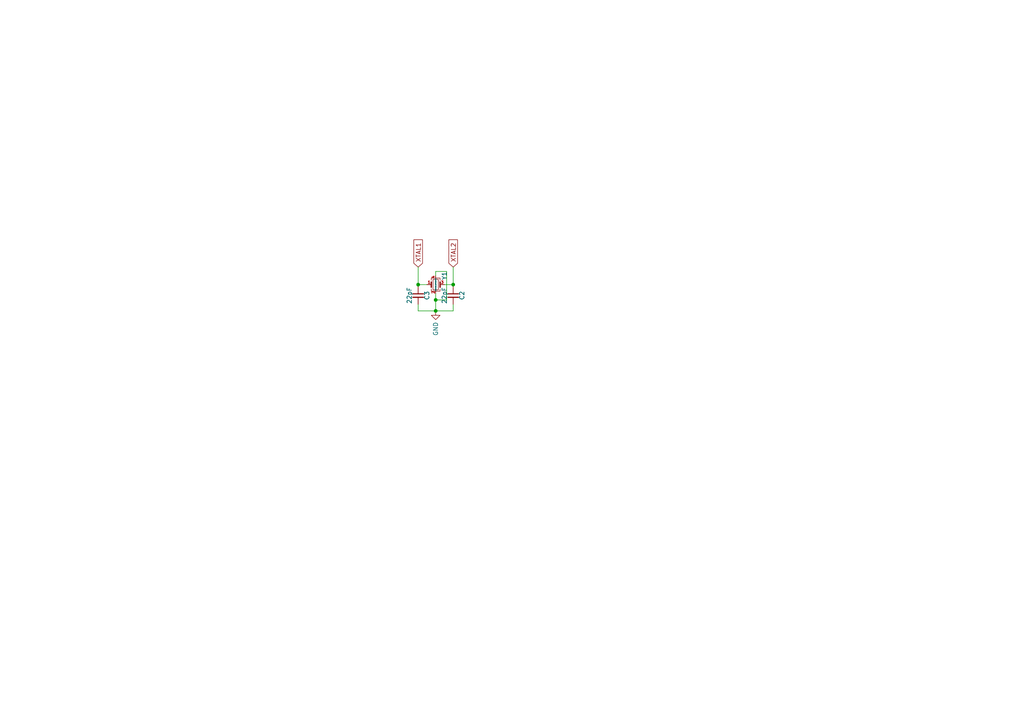
<source format=kicad_sch>
(kicad_sch (version 20230121) (generator eeschema)
  (paper "A4")
  (lib_symbols
    (symbol "Device:C_Small" (pin_numbers hide) (pin_names (offset 0.254) hide)
      (property "Reference" "C" (at 0.254 1.778 0))
      (property "Value" "C_Small" (at 0.254 -2.032 0))
      (symbol "C_Small_0_1"
        (polyline (pts (xy -1.524 -0.508) (xy 1.524 -0.508)) (stroke (width 0.3302)))
        (polyline (pts (xy -1.524 0.508) (xy 1.524 0.508)) (stroke (width 0.3048)))
      )
      (symbol "C_Small_1_1"
        (pin passive line (at 0 2.54 270) (length 2.032) (name "~") (number "1"))
        (pin passive line (at 0 -2.54 90) (length 2.032) (name "~") (number "2"))
      )
    )
    (symbol "Device:Crystal_GND24_Small" (pin_names (offset 1.016) hide)
      (property "Reference" "Y" (at 1.27 4.445 0))
      (property "Value" "Crystal_GND24_Small" (at 1.27 2.54 0))
      (symbol "Crystal_GND24_Small_0_1"
        (rectangle (start -0.762 -1.524) (end 0.762 1.524))
        (polyline (pts (xy -1.27 -0.762) (xy -1.27 0.762)) (stroke (width 0.381)))
        (polyline (pts (xy 1.27 -0.762) (xy 1.27 0.762)) (stroke (width 0.381)))
        (polyline (pts (xy -1.27 -1.27) (xy -1.27 -1.905) (xy 1.27 -1.905) (xy 1.27 -1.27)))
        (polyline (pts (xy -1.27 1.27) (xy -1.27 1.905) (xy 1.27 1.905) (xy 1.27 1.27)))
      )
      (symbol "Crystal_GND24_Small_1_1"
        (pin passive line (at -2.54 0 0) (length 1.27) (name "1") (number "1"))
        (pin passive line (at 0 -2.54 90) (length 0.635) (name "2") (number "2"))
        (pin passive line (at 2.54 0 180) (length 1.27) (name "3") (number "3"))
        (pin passive line (at 0 2.54 270) (length 0.635) (name "4") (number "4"))
      )
    )
    (symbol "power:GND" (power) (pin_names (offset 0))
      (property "Value" "GND" (at 0 -3.81 0))
      (symbol "GND_0_1"
        (polyline (pts (xy 0 0) (xy 0 -1.27) (xy 1.27 -1.27) (xy 0 -2.54) (xy -1.27 -1.27) (xy 0 -1.27)))
      )
      (symbol "GND_1_1"
        (pin power_in line (at 0 0 270) (length 0) hide (name "GND") (number "1"))
      )
    )
  )
  (junction (at 131.445 82.55))
  (junction (at 121.285 82.55))
  (junction (at 126.365 90.17))
  (junction (at 126.365 86.995))
  (wire (pts (xy 129.54 78.74) (xy 126.365 78.74)))
  (wire (pts (xy 121.285 77.47) (xy 121.285 82.55)))
  (wire (pts (xy 123.825 82.55) (xy 121.285 82.55)))
  (wire (pts (xy 126.365 90.17) (xy 121.285 90.17)))
  (wire (pts (xy 126.365 86.995) (xy 129.54 86.995)))
  (wire (pts (xy 131.445 90.17) (xy 126.365 90.17)))
  (wire (pts (xy 126.365 78.74) (xy 126.365 80.01)))
  (wire (pts (xy 128.905 82.55) (xy 131.445 82.55)))
  (wire (pts (xy 131.445 82.55) (xy 131.445 83.185)))
  (wire (pts (xy 131.445 88.265) (xy 131.445 90.17)))
  (wire (pts (xy 131.445 77.47) (xy 131.445 82.55)))
  (wire (pts (xy 121.285 90.17) (xy 121.285 88.265)))
  (wire (pts (xy 126.365 85.09) (xy 126.365 86.995)))
  (wire (pts (xy 126.365 86.995) (xy 126.365 90.17)))
  (wire (pts (xy 121.285 82.55) (xy 121.285 83.185)))
  (wire (pts (xy 129.54 86.995) (xy 129.54 78.74)))
  (global_label "XTAL2" (shape input) (at 131.445 77.47 90) (property "Intersheetrefs" "${INTERSHEET_REFS}" (effects hide)))
  (global_label "XTAL1" (shape input) (at 121.285 77.47 90) (property "Intersheetrefs" "${INTERSHEET_REFS}" (effects hide)))
  (symbol (lib_id "Device:C_Small") (at 131.445 85.725 0) (unit 1)
    (property "Reference" "C2" (at 133.985 85.725 90))
    (property "Value" "22pF" (at 128.905 85.725 90))
  )
  (symbol (lib_id "power:GND") (at 126.365 90.17 0) (unit 1)
    (property "Reference" "#PWR06" (effects hide))
    (property "Value" "GND" (at 126.365 93.345 90) (effects (justify right)))
  )
  (symbol (lib_id "Device:Crystal_GND24_Small") (at 126.365 82.55 0) (unit 1)
    (property "Reference" "Y1" (at 128.905 80.01 90))
    (property "Value" "X322516MOB4SI" (at 126.365 82.55 90) (effects (font (size 0.3 0.3))))
  )
  (symbol (lib_id "Device:C_Small") (at 121.285 85.725 0) (unit 1)
    (property "Reference" "C3" (at 123.825 85.725 90))
    (property "Value" "22pF" (at 118.745 85.725 90))
  )
)
</source>
